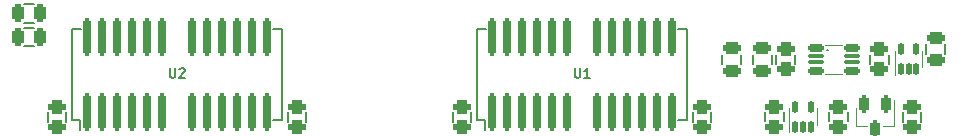
<source format=gto>
G04 #@! TF.GenerationSoftware,KiCad,Pcbnew,(7.0.0-0)*
G04 #@! TF.CreationDate,2023-02-28T11:31:52-05:00*
G04 #@! TF.ProjectId,GW4194-SOJ-DC,47573431-3934-42d5-934f-4a2d44432e6b,1.1-SOJ-DC*
G04 #@! TF.SameCoordinates,Original*
G04 #@! TF.FileFunction,Legend,Top*
G04 #@! TF.FilePolarity,Positive*
%FSLAX46Y46*%
G04 Gerber Fmt 4.6, Leading zero omitted, Abs format (unit mm)*
G04 Created by KiCad (PCBNEW (7.0.0-0)) date 2023-02-28 11:31:52*
%MOMM*%
%LPD*%
G01*
G04 APERTURE LIST*
G04 Aperture macros list*
%AMRoundRect*
0 Rectangle with rounded corners*
0 $1 Rounding radius*
0 $2 $3 $4 $5 $6 $7 $8 $9 X,Y pos of 4 corners*
0 Add a 4 corners polygon primitive as box body*
4,1,4,$2,$3,$4,$5,$6,$7,$8,$9,$2,$3,0*
0 Add four circle primitives for the rounded corners*
1,1,$1+$1,$2,$3*
1,1,$1+$1,$4,$5*
1,1,$1+$1,$6,$7*
1,1,$1+$1,$8,$9*
0 Add four rect primitives between the rounded corners*
20,1,$1+$1,$2,$3,$4,$5,0*
20,1,$1+$1,$4,$5,$6,$7,0*
20,1,$1+$1,$6,$7,$8,$9,0*
20,1,$1+$1,$8,$9,$2,$3,0*%
G04 Aperture macros list end*
%ADD10C,0.203200*%
%ADD11C,0.152400*%
%ADD12C,0.120000*%
%ADD13C,0.200000*%
%ADD14RoundRect,0.312500X-0.437500X0.262500X-0.437500X-0.262500X0.437500X-0.262500X0.437500X0.262500X0*%
%ADD15RoundRect,0.312500X0.437500X-0.262500X0.437500X0.262500X-0.437500X0.262500X-0.437500X-0.262500X0*%
%ADD16C,0.952400*%
%ADD17RoundRect,0.520700X-0.444500X-0.825500X0.444500X-0.825500X0.444500X0.825500X-0.444500X0.825500X0*%
%ADD18RoundRect,0.262500X0.212500X0.487500X-0.212500X0.487500X-0.212500X-0.487500X0.212500X-0.487500X0*%
%ADD19RoundRect,0.262500X-0.212500X-0.487500X0.212500X-0.487500X0.212500X0.487500X-0.212500X0.487500X0*%
%ADD20RoundRect,0.262500X-0.487500X0.212500X-0.487500X-0.212500X0.487500X-0.212500X0.487500X0.212500X0*%
%ADD21RoundRect,0.140000X0.100000X-0.400000X0.100000X0.400000X-0.100000X0.400000X-0.100000X-0.400000X0*%
%ADD22RoundRect,0.250000X-0.200000X0.475000X-0.200000X-0.475000X0.200000X-0.475000X0.200000X0.475000X0*%
%ADD23RoundRect,0.262500X0.487500X-0.212500X0.487500X0.212500X-0.487500X0.212500X-0.487500X-0.212500X0*%
%ADD24RoundRect,0.200000X0.150000X-1.374000X0.150000X1.374000X-0.150000X1.374000X-0.150000X-1.374000X0*%
%ADD25RoundRect,0.200000X-0.475000X-0.175000X0.475000X-0.175000X0.475000X0.175000X-0.475000X0.175000X0*%
%ADD26RoundRect,0.100000X-0.600000X-0.075000X0.600000X-0.075000X0.600000X0.075000X-0.600000X0.075000X0*%
%ADD27RoundRect,0.200000X-0.500000X0.175000X-0.500000X-0.175000X0.500000X-0.175000X0.500000X0.175000X0*%
%ADD28RoundRect,0.200000X-0.500000X-0.175000X0.500000X-0.175000X0.500000X0.175000X-0.500000X0.175000X0*%
G04 APERTURE END LIST*
D10*
X128920723Y-89147807D02*
X128920723Y-89805788D01*
X128920723Y-89805788D02*
X128959428Y-89883197D01*
X128959428Y-89883197D02*
X128998133Y-89921902D01*
X128998133Y-89921902D02*
X129075542Y-89960607D01*
X129075542Y-89960607D02*
X129230361Y-89960607D01*
X129230361Y-89960607D02*
X129307771Y-89921902D01*
X129307771Y-89921902D02*
X129346476Y-89883197D01*
X129346476Y-89883197D02*
X129385180Y-89805788D01*
X129385180Y-89805788D02*
X129385180Y-89147807D01*
X130197981Y-89960607D02*
X129733524Y-89960607D01*
X129965752Y-89960607D02*
X129965752Y-89147807D01*
X129965752Y-89147807D02*
X129888343Y-89263921D01*
X129888343Y-89263921D02*
X129810933Y-89341331D01*
X129810933Y-89341331D02*
X129733524Y-89380035D01*
X94630723Y-89147807D02*
X94630723Y-89805788D01*
X94630723Y-89805788D02*
X94669428Y-89883197D01*
X94669428Y-89883197D02*
X94708133Y-89921902D01*
X94708133Y-89921902D02*
X94785542Y-89960607D01*
X94785542Y-89960607D02*
X94940361Y-89960607D01*
X94940361Y-89960607D02*
X95017771Y-89921902D01*
X95017771Y-89921902D02*
X95056476Y-89883197D01*
X95056476Y-89883197D02*
X95095180Y-89805788D01*
X95095180Y-89805788D02*
X95095180Y-89147807D01*
X95443524Y-89225216D02*
X95482228Y-89186512D01*
X95482228Y-89186512D02*
X95559638Y-89147807D01*
X95559638Y-89147807D02*
X95753162Y-89147807D01*
X95753162Y-89147807D02*
X95830571Y-89186512D01*
X95830571Y-89186512D02*
X95869276Y-89225216D01*
X95869276Y-89225216D02*
X95907981Y-89302626D01*
X95907981Y-89302626D02*
X95907981Y-89380035D01*
X95907981Y-89380035D02*
X95869276Y-89496150D01*
X95869276Y-89496150D02*
X95404819Y-89960607D01*
X95404819Y-89960607D02*
X95907981Y-89960607D01*
D11*
X85890000Y-92850600D02*
X85890000Y-93663400D01*
X84290000Y-92850600D02*
X84290000Y-93663400D01*
X106210000Y-92850600D02*
X106210000Y-93663400D01*
X104610000Y-92850600D02*
X104610000Y-93663400D01*
X120180000Y-92850600D02*
X120180000Y-93663400D01*
X118580000Y-92850600D02*
X118580000Y-93663400D01*
X156680000Y-93663400D02*
X156680000Y-92850600D01*
X158280000Y-93663400D02*
X158280000Y-92850600D01*
X83106400Y-87300000D02*
X82293600Y-87300000D01*
X83106400Y-85700000D02*
X82293600Y-85700000D01*
X82293600Y-83700000D02*
X83106400Y-83700000D01*
X82293600Y-85300000D02*
X83106400Y-85300000D01*
X147600000Y-87993600D02*
X147600000Y-88806400D01*
X146000000Y-87993600D02*
X146000000Y-88806400D01*
X145600000Y-87993600D02*
X145600000Y-88806400D01*
X144000000Y-87993600D02*
X144000000Y-88806400D01*
D12*
X147090000Y-92520000D02*
X147090000Y-94550000D01*
X149410000Y-93930000D02*
X149410000Y-92520000D01*
X156040000Y-87670000D02*
X156040000Y-89700000D01*
X158360000Y-89080000D02*
X158360000Y-87670000D01*
D11*
X155500000Y-87993600D02*
X155500000Y-88806400D01*
X153900000Y-87993600D02*
X153900000Y-88806400D01*
D12*
X152770000Y-94010000D02*
X153700000Y-94010000D01*
X152770000Y-94010000D02*
X152770000Y-92550000D01*
X155930000Y-94010000D02*
X155000000Y-94010000D01*
X155930000Y-94010000D02*
X155930000Y-91850000D01*
D11*
X152050000Y-92843600D02*
X152050000Y-93656400D01*
X150450000Y-92843600D02*
X150450000Y-93656400D01*
X141400000Y-88806400D02*
X141400000Y-87993600D01*
X143000000Y-88806400D02*
X143000000Y-87993600D01*
X146600000Y-92843600D02*
X146600000Y-93656400D01*
X145000000Y-92843600D02*
X145000000Y-93656400D01*
D13*
X120650000Y-93537000D02*
X121300000Y-93537000D01*
X120650000Y-93537000D02*
X120650000Y-85787000D01*
X121300000Y-93537000D02*
X121300000Y-94362000D01*
X138430000Y-93537000D02*
X137685000Y-93537000D01*
X138430000Y-93537000D02*
X138430000Y-85787000D01*
X120650000Y-85787000D02*
X121395000Y-85787000D01*
X138430000Y-85787000D02*
X137685000Y-85787000D01*
X86360000Y-93537000D02*
X87010000Y-93537000D01*
X86360000Y-93537000D02*
X86360000Y-85787000D01*
X87010000Y-93537000D02*
X87010000Y-94362000D01*
X104140000Y-93537000D02*
X103395000Y-93537000D01*
X104140000Y-93537000D02*
X104140000Y-85787000D01*
X86360000Y-85787000D02*
X87105000Y-85787000D01*
X104140000Y-85787000D02*
X103395000Y-85787000D01*
D11*
X140500000Y-92850600D02*
X140500000Y-93663400D01*
X138900000Y-92850600D02*
X138900000Y-93663400D01*
D13*
X150350000Y-87600000D02*
X150300000Y-87600000D01*
D12*
X151550000Y-87200000D02*
X150150000Y-87200000D01*
X151550000Y-89600000D02*
X150150000Y-89600000D01*
D11*
X160300000Y-87093600D02*
X160300000Y-87906400D01*
X158700000Y-87093600D02*
X158700000Y-87906400D01*
%LPC*%
D14*
X85090000Y-92407000D03*
X85090000Y-94107000D03*
X105410000Y-92407000D03*
X105410000Y-94107000D03*
X119380000Y-92407000D03*
X119380000Y-94107000D03*
D15*
X157480000Y-94107000D03*
X157480000Y-92407000D03*
D16*
X83820000Y-98806000D03*
D17*
X83820000Y-100076000D03*
D16*
X86360000Y-98806000D03*
D17*
X86360000Y-100076000D03*
D16*
X88900000Y-98806000D03*
D17*
X88900000Y-100076000D03*
D16*
X91440000Y-98806000D03*
D17*
X91440000Y-100076000D03*
D16*
X93980000Y-98806000D03*
D17*
X93980000Y-100076000D03*
D16*
X96520000Y-98806000D03*
D17*
X96520000Y-100076000D03*
D16*
X99060000Y-98806000D03*
D17*
X99060000Y-100076000D03*
D16*
X101600000Y-98806000D03*
D17*
X101600000Y-100076000D03*
D16*
X104140000Y-98806000D03*
D17*
X104140000Y-100076000D03*
D16*
X106680000Y-98806000D03*
D17*
X106680000Y-100076000D03*
D16*
X109220000Y-98806000D03*
D17*
X109220000Y-100076000D03*
D16*
X111760000Y-98806000D03*
D17*
X111760000Y-100076000D03*
D16*
X114300000Y-98806000D03*
D17*
X114300000Y-100076000D03*
D16*
X116840000Y-98806000D03*
D17*
X116840000Y-100076000D03*
D16*
X119380000Y-98806000D03*
D17*
X119380000Y-100076000D03*
D16*
X121920000Y-98806000D03*
D17*
X121920000Y-100076000D03*
D16*
X124460000Y-98806000D03*
D17*
X124460000Y-100076000D03*
D16*
X127000000Y-98806000D03*
D17*
X127000000Y-100076000D03*
D16*
X129540000Y-98806000D03*
D17*
X129540000Y-100076000D03*
D16*
X132080000Y-98806000D03*
D17*
X132080000Y-100076000D03*
D16*
X134620000Y-98806000D03*
D17*
X134620000Y-100076000D03*
D16*
X137160000Y-98806000D03*
D17*
X137160000Y-100076000D03*
D16*
X139700000Y-98806000D03*
D17*
X139700000Y-100076000D03*
D16*
X142240000Y-98806000D03*
D17*
X142240000Y-100076000D03*
D16*
X144780000Y-98806000D03*
D17*
X144780000Y-100076000D03*
D16*
X147320000Y-98806000D03*
D17*
X147320000Y-100076000D03*
D16*
X149860000Y-98806000D03*
D17*
X149860000Y-100076000D03*
D16*
X152400000Y-98806000D03*
D17*
X152400000Y-100076000D03*
D16*
X154940000Y-98806000D03*
D17*
X154940000Y-100076000D03*
D16*
X157480000Y-98806000D03*
D17*
X157480000Y-100076000D03*
D18*
X83650000Y-86500000D03*
X81750000Y-86500000D03*
D19*
X81750000Y-84500000D03*
X83650000Y-84500000D03*
D14*
X146800000Y-87550000D03*
X146800000Y-89250000D03*
D20*
X144800000Y-87450000D03*
X144800000Y-89350000D03*
D21*
X147600000Y-94100000D03*
X148250000Y-94100000D03*
X148900000Y-94100000D03*
X148900000Y-92400000D03*
X147600000Y-92400000D03*
X156550000Y-89250000D03*
X157200000Y-89250000D03*
X157850000Y-89250000D03*
X157850000Y-87550000D03*
X156550000Y-87550000D03*
D14*
X154700000Y-87550000D03*
X154700000Y-89250000D03*
D22*
X155300000Y-92200000D03*
X153400000Y-92200000D03*
X154350000Y-94300000D03*
D14*
X151250000Y-92400000D03*
X151250000Y-94100000D03*
D23*
X142200000Y-89350000D03*
X142200000Y-87450000D03*
D14*
X145800000Y-92400000D03*
X145800000Y-94100000D03*
D24*
X121920000Y-92837000D03*
X123190000Y-92837000D03*
X124460000Y-92837000D03*
X125730000Y-92837000D03*
X127000000Y-92837000D03*
X128270000Y-92837000D03*
X130810000Y-92837000D03*
X132080000Y-92837000D03*
X133350000Y-92837000D03*
X134620000Y-92837000D03*
X135890000Y-92837000D03*
X137160000Y-92837000D03*
X137160000Y-86487000D03*
X135890000Y-86487000D03*
X134620000Y-86487000D03*
X133350000Y-86487000D03*
X132080000Y-86487000D03*
X130810000Y-86487000D03*
X128270000Y-86487000D03*
X127000000Y-86487000D03*
X125730000Y-86487000D03*
X124460000Y-86487000D03*
X123190000Y-86487000D03*
X121920000Y-86487000D03*
X87630000Y-92837000D03*
X88900000Y-92837000D03*
X90170000Y-92837000D03*
X91440000Y-92837000D03*
X92710000Y-92837000D03*
X93980000Y-92837000D03*
X96520000Y-92837000D03*
X97790000Y-92837000D03*
X99060000Y-92837000D03*
X100330000Y-92837000D03*
X101600000Y-92837000D03*
X102870000Y-92837000D03*
X102870000Y-86487000D03*
X101600000Y-86487000D03*
X100330000Y-86487000D03*
X99060000Y-86487000D03*
X97790000Y-86487000D03*
X96520000Y-86487000D03*
X93980000Y-86487000D03*
X92710000Y-86487000D03*
X91440000Y-86487000D03*
X90170000Y-86487000D03*
X88900000Y-86487000D03*
X87630000Y-86487000D03*
D14*
X139700000Y-92407000D03*
X139700000Y-94107000D03*
D25*
X149350000Y-87450000D03*
D26*
X149325000Y-88150000D03*
X149325000Y-88650000D03*
D25*
X149350000Y-89350000D03*
D27*
X152375000Y-89350000D03*
D26*
X152375000Y-88650000D03*
X152375000Y-88150000D03*
D28*
X152375000Y-87450000D03*
D20*
X159500000Y-86550000D03*
X159500000Y-88450000D03*
M02*

</source>
